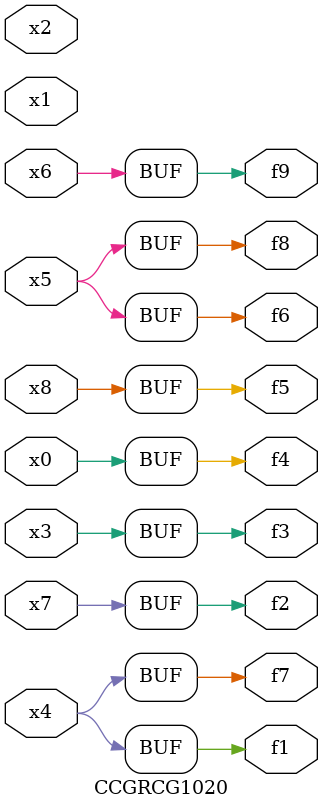
<source format=v>
module CCGRCG1020(
	input x0, x1, x2, x3, x4, x5, x6, x7, x8,
	output f1, f2, f3, f4, f5, f6, f7, f8, f9
);
	assign f1 = x4;
	assign f2 = x7;
	assign f3 = x3;
	assign f4 = x0;
	assign f5 = x8;
	assign f6 = x5;
	assign f7 = x4;
	assign f8 = x5;
	assign f9 = x6;
endmodule

</source>
